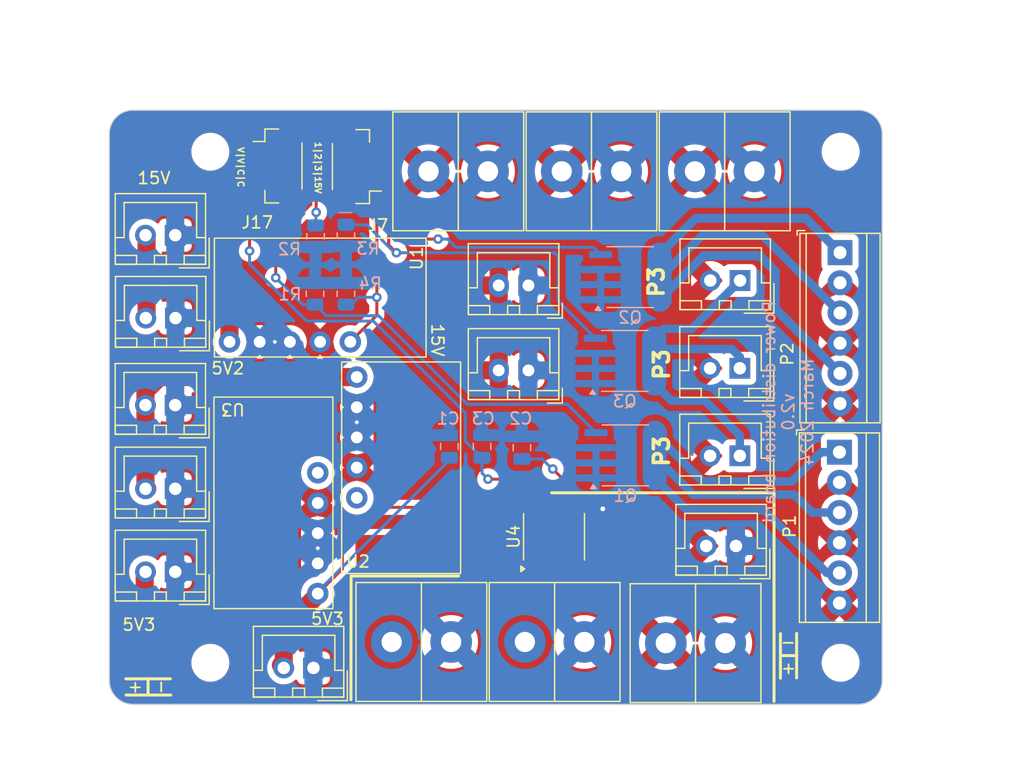
<source format=kicad_pcb>
(kicad_pcb (version 20240108) (generator "pcbnew") (generator_version "8.0")
  (layers (0 "F.Cu" signal) (31 "B.Cu" signal) (34 "B.Paste" user) (35 "F.Paste" user) (36 "B.SilkS" user "B.Silkscreen") (37 "F.SilkS" user "F.Silkscreen") (38 "B.Mask" user) (39 "F.Mask" user) (44 "Edge.Cuts" user))
  (net 0 "")
  (net 1 "VIN")
  (net 2 "5V2")
  (net 3 "GND")
  (net 4 "5V3")
  (net 7 "P1-")
  (net 8 "EN1")
  (net 9 "P2-")
  (net 10 "EN2")
  (net 11 "EN3")
  (net 12 "P3-")
  (net 13 "EN15")
  (net 14 "15V1")
  (net 15 "Net-(U4-FILTER)")
  (net 16 "VIOUT")
  (net 17 "VBIN")
  (footprint "Connectors_JST:JST_XH_B02B-XH-A_02x2.50mm_Straight" (layer "F.Cu") (at 50.55 71.86168 180)
    (property "Reference" "J22" (hide yes))
    (property "Value" "PI_MVP_PWR")
    (pad "1" thru_hole rect (at 0 0 180) (size 1.75 1.75) (drill 1.05) (layers "*.Cu" "*.Mask") (net 3 "GND"))
    (pad "2" thru_hole circle (at 2.5 0 180) (size 1.75 1.75) (drill 1.05) (layers "*.Cu" "*.Mask") (net 2 "5V2"))
  )
  (footprint "TerminalBlock:Pololu_5mm" (layer "F.Cu") (at 73.75 84.75 180)
    (property "Reference" "J2" (hide yes))
    (property "Value" "VB_IN")
    (pad "1" thru_hole circle (at 0 0 180) (size 3.5 3.5) (drill 1.7) (layers "*.Cu" "*.Mask") (net 3 "GND"))
    (pad "2" thru_hole circle (at 5 0 180) (size 3.5 3.5) (drill 1.7) (layers "*.Cu" "*.Mask") (net 17 "VBIN"))
  )
  (footprint "TerminalBlock:Pololu_5mm" (layer "F.Cu") (at 88.05 45.15 180)
    (property "Reference" "J3" (hide yes))
    (property "Value" "Thruster_PWR2")
    (pad "1" thru_hole circle (at 0 0 180) (size 3.5 3.5) (drill 1.7) (layers "*.Cu" "*.Mask") (net 3 "GND"))
    (pad "2" thru_hole circle (at 5 0 180) (size 3.5 3.5) (drill 1.7) (layers "*.Cu" "*.Mask") (net 1 "VIN"))
  )
  (footprint "MountingHole:MountingHole_2.7mm_M2.5" (layer "F.Cu") (at 106.5 43.5)
    (property "Reference" "H4" (hide yes))
    (property "Value" "MountingHole")
    (pad "" np_thru_hole circle (at 0 0) (size 2.7 2.7) (drill 2.7) (layers "*.Cu" "*.Mask"))
  )
  (footprint "Connectors_JST:JST_XH_B02B-XH-A_02x2.50mm_Straight" (layer "F.Cu") (at 98.024 61.722 180)
    (property "Reference" "J9" (hide yes))
    (property "Value" "Payload_JST_4")
    (pad "1" thru_hole rect (at 0 0 180) (size 1.75 1.75) (drill 1.05) (layers "*.Cu" "*.Mask") (net 12 "P3-"))
    (pad "2" thru_hole circle (at 2.5 0 180) (size 1.75 1.75) (drill 1.05) (layers "*.Cu" "*.Mask") (net 1 "VIN"))
  )
  (footprint "TerminalBlock:Pololu_5mm" (layer "F.Cu") (at 76.85 45.15 180)
    (property "Reference" "J4" (hide yes))
    (property "Value" "Thruster_PWR3")
    (pad "1" thru_hole circle (at 0 0 180) (size 3.5 3.5) (drill 1.7) (layers "*.Cu" "*.Mask") (net 3 "GND"))
    (pad "2" thru_hole circle (at 5 0 180) (size 3.5 3.5) (drill 1.7) (layers "*.Cu" "*.Mask") (net 1 "VIN"))
  )
  (footprint "Connectors_JST:JST_XH_B02B-XH-A_02x2.50mm_Straight" (layer "F.Cu") (at 50.546 64.8208 180)
    (property "Reference" "J14" (hide yes))
    (property "Value" "PI_MVP_PWR")
    (pad "1" thru_hole rect (at 0 0 180) (size 1.75 1.75) (drill 1.05) (layers "*.Cu" "*.Mask") (net 3 "GND"))
    (pad "2" thru_hole circle (at 2.5 0 180) (size 1.75 1.75) (drill 1.05) (layers "*.Cu" "*.Mask") (net 2 "5V2"))
  )
  (footprint "MountingHole:MountingHole_2.7mm_M2.5" (layer "F.Cu") (at 106.5 86.5)
    (property "Reference" "H3" (hide yes))
    (property "Value" "MountingHole")
    (pad "" np_thru_hole circle (at 0 0) (size 2.7 2.7) (drill 2.7) (layers "*.Cu" "*.Mask"))
  )
  (footprint "Pololu:D36V28F5" (layer "F.Cu") (at 63.805 64.145 -90)
    (property "Reference" "U3" (at 1.0326 8.4102 180) (layer "F.SilkS"))
    (property "Value" "D30V30F5")
    (pad "1" thru_hole circle (at 6.37 1.27 270) (size 1.8 1.8) (drill 1) (layers "*.Cu" "*.Mask"))
    (pad "2" thru_hole circle (at 8.91 1.27 270) (size 1.8 1.8) (drill 1) (layers "*.Cu" "*.Mask") (net 1 "VIN"))
    (pad "3" thru_hole circle (at 11.45 1.27 270) (size 1.8 1.8) (drill 1) (layers "*.Cu" "*.Mask") (net 3 "GND"))
    (pad "4" thru_hole circle (at 13.99 1.27 270) (size 1.8 1.8) (drill 1) (layers "*.Cu" "*.Mask") (net 3 "GND"))
    (pad "5" thru_hole circle (at 16.53 1.27 270) (size 1.8 1.8) (drill 1) (layers "*.Cu" "*.Mask") (net 4 "5V3"))
  )
  (footprint "MountingHole:MountingHole_2.7mm_M2.5" (layer "F.Cu") (at 53.5 86.5)
    (property "Reference" "H1" (hide yes))
    (property "Value" "MountingHole")
    (pad "" np_thru_hole circle (at 0 0) (size 2.7 2.7) (drill 2.7) (layers "*.Cu" "*.Mask"))
  )
  (footprint "TerminalBlock:Pololu_5mm" (layer "F.Cu") (at 99.25 45.15 180)
    (property "Reference" "J5" (hide yes))
    (property "Value" "Thruster_PWR1")
    (pad "1" thru_hole circle (at 0 0 180) (size 3.5 3.5) (drill 1.7) (layers "*.Cu" "*.Mask") (net 3 "GND"))
    (pad "2" thru_hole circle (at 5 0 180) (size 3.5 3.5) (drill 1.7) (layers "*.Cu" "*.Mask") (net 1 "VIN"))
  )
  (footprint "Connectors_JST:JST_XH_B02B-XH-A_02x2.50mm_Straight" (layer "F.Cu") (at 50.55 78.85 180)
    (property "Reference" "J16" (hide yes))
    (property "Value" "5V_R1")
    (pad "1" thru_hole rect (at 0 0 180) (size 1.75 1.75) (drill 1.05) (layers "*.Cu" "*.Mask") (net 3 "GND"))
    (pad "2" thru_hole circle (at 2.5 0 180) (size 1.75 1.75) (drill 1.05) (layers "*.Cu" "*.Mask") (net 4 "5V3"))
  )
  (footprint "Connector_JST:JST_XH_B2B-XH-A_1x02_P2.50mm_Vertical" (layer "F.Cu") (at 80.25 54.75 180)
    (property "Reference" "J8" (hide yes))
    (property "Value" "Payload_JST_1")
    (pad "1" thru_hole roundrect (at 0 0 180) (size 1.7 2) (drill 1) (layers "*.Cu" "*.Mask") (roundrect_rratio 0.147059) (net 3 "GND"))
    (pad "2" thru_hole oval (at 2.5 0 180) (size 1.7 2) (drill 1) (layers "*.Cu" "*.Mask") (net 1 "VIN"))
  )
  (footprint "Connectors_JST:JST_XH_B02B-XH-A_02x2.50mm_Straight" (layer "F.Cu") (at 50.5714 57.49798 180)
    (property "Reference" "J20" (hide yes))
    (property "Value" "5V_R2")
    (pad "1" thru_hole rect (at 0 0 180) (size 1.75 1.75) (drill 1.05) (layers "*.Cu" "*.Mask") (net 3 "GND"))
    (pad "2" thru_hole circle (at 2.5 0 180) (size 1.75 1.75) (drill 1.05) (layers "*.Cu" "*.Mask") (net 14 "15V1"))
  )
  (footprint "Connectors_JST:JST_XH_B02B-XH-A_02x2.50mm_Straight" (layer "F.Cu") (at 97.7 76.675 180)
    (property "Reference" "J10" (hide yes))
    (property "Value" "Payload_JST_2")
    (pad "1" thru_hole rect (at 0 0 180) (size 1.75 1.75) (drill 1.05) (layers "*.Cu" "*.Mask") (net 3 "GND"))
    (pad "2" thru_hole circle (at 2.5 0 180) (size 1.75 1.75) (drill 1.05) (layers "*.Cu" "*.Mask") (net 1 "VIN"))
  )
  (footprint "Pololu:D36V28F5" (layer "F.Cu") (at 64.545 78.99 90)
    (property "Reference" "U2" (at 1.005 1.37 0) (layer "F.SilkS"))
    (property "Value" "D30V30F5")
    (pad "1" thru_hole circle (at 6.37 1.27 90) (size 1.8 1.8) (drill 1) (layers "*.Cu" "*.Mask"))
    (pad "2" thru_hole circle (at 8.91 1.27 90) (size 1.8 1.8) (drill 1) (layers "*.Cu" "*.Mask") (net 1 "VIN"))
    (pad "3" thru_hole circle (at 11.45 1.27 90) (size 1.8 1.8) (drill 1) (layers "*.Cu" "*.Mask") (net 3 "GND"))
    (pad "4" thru_hole circle (at 13.99 1.27 90) (size 1.8 1.8) (drill 1) (layers "*.Cu" "*.Mask") (net 3 "GND"))
    (pad "5" thru_hole circle (at 16.53 1.27 90) (size 1.8 1.8) (drill 1) (layers "*.Cu" "*.Mask") (net 2 "5V2"))
  )
  (footprint "Connector_JST:JST_SH_BM04B-SRSS-TB_1x04-1MP_P1.00mm_Vertical" (layer "F.Cu") (at 59.2 44.7 -90)
    (property "Reference" "J17" (at 4.75 1.75 180) (layer "F.SilkS"))
    (property "Value" "Conn_01x04_Pin")
    (pad "1" smd roundrect (at -1.5 1.325 270) (size 0.6 1.55) (layers "F.Cu" "F.Paste" "F.Mask") (net 1 "VIN"))
    (pad "2" smd roundrect (at -0.5 1.325 270) (size 0.6 1.55) (layers "F.Cu" "F.Paste" "F.Mask") (net 1 "VIN"))
    (pad "3" smd roundrect (at 0.5 1.325 270) (size 0.6 1.55) (layers "F.Cu" "F.Paste" "F.Mask") (net 16 "VIOUT"))
    (pad "4" smd roundrect (at 1.5 1.325 270) (size 0.6 1.55) (layers "F.Cu" "F.Paste" "F.Mask") (net 16 "VIOUT"))
    (pad "MP" smd roundrect (at -2.8 -1.2 270) (size 1.2 1.8) (layers "F.Cu" "F.Paste" "F.Mask") (roundrect_rratio 0.208333))
    (pad "MP" smd roundrect (at 2.8 -1.2 270) (size 1.2 1.8) (layers "F.Cu" "F.Paste" "F.Mask") (roundrect_rratio 0.208333))
  )
  (footprint "TerminalBlock:Pololu_5mm" (layer "F.Cu") (at 96.8 84.85 180)
    (property "Reference" "J21" (hide yes))
    (property "Value" "VB")
    (pad "1" thru_hole circle (at 0 0 180) (size 3.5 3.5) (drill 1.7) (layers "*.Cu" "*.Mask") (net 3 "GND"))
    (pad "2" thru_hole circle (at 5 0 180) (size 3.5 3.5) (drill 1.7) (layers "*.Cu" "*.Mask") (net 1 "VIN"))
  )
  (footprint "TerminalBlock:Pololu_5mm" (layer "F.Cu") (at 84.95 84.75 180)
    (property "Reference" "J1" (hide yes))
    (property "Value" "VB_IN")
    (pad "1" thru_hole circle (at 0 0 180) (size 3.5 3.5) (drill 1.7) (layers "*.Cu" "*.Mask") (net 3 "GND"))
    (pad "2" thru_hole circle (at 5 0 180) (size 3.5 3.5) (drill 1.7) (layers "*.Cu" "*.Mask") (net 17 "VBIN"))
  )
  (footprint "Connector_JST:JST_XH_B2B-XH-A_1x02_P2.50mm_Vertical" (layer "F.Cu") (at 80.25 61.9 180)
    (property "Reference" "J6" (hide yes))
    (property "Value" "Payload_JST_1")
    (pad "1" thru_hole roundrect (at 0 0 180) (size 1.7 2) (drill 1) (layers "*.Cu" "*.Mask") (roundrect_rratio 0.1470588235) (net 3 "GND"))
    (pad "2" thru_hole oval (at 2.5 0 180) (size 1.7 2) (drill 1) (layers "*.Cu" "*.Mask") (net 1 "VIN"))
  )
  (footprint "MountingHole:MountingHole_2.7mm_M2.5" (layer "F.Cu") (at 53.5 43.5)
    (property "Reference" "H2" (hide yes))
    (property "Value" "MountingHole")
    (pad "" np_thru_hole circle (at 0 0) (size 2.7 2.7) (drill 2.7) (layers "*.Cu" "*.Mask"))
  )
  (footprint "TerminalBlock_TE-Connectivity:TerminalBlock_TE_282834-6_1x06_P2.54mm_Horizontal" (layer "F.Cu") (at 106.4 68.78 -90)
    (property "Reference" "J19" (hide yes))
    (property "Value" "Screw_Terminal_01x06")
    (pad "1" thru_hole rect (at 0 0 270) (size 2.1 2.1) (drill 1.1) (layers "*.Cu" "*.Mask") (net 7 "P1-"))
    (pad "2" thru_hole circle (at 2.54 0 270) (size 2.1 2.1) (drill 1.1) (layers "*.Cu" "*.Mask") (net 1 "VIN"))
    (pad "3" thru_hole circle (at 5.08 0 270) (size 2.1 2.1) (drill 1.1) (layers "*.Cu" "*.Mask") (net 7 "P1-"))
    (pad "4" thru_hole circle (at 7.62 0 270) (size 2.1 2.1) (drill 1.1) (layers "*.Cu" "*.Mask") (net 1 "VIN"))
    (pad "5" thru_hole circle (at 10.16 0 270) (size 2.1 2.1) (drill 1.1) (layers "*.Cu" "*.Mask") (net 7 "P1-"))
    (pad "6" thru_hole circle (at 12.7 0 270) (size 2.1 2.1) (drill 1.1) (layers "*.Cu" "*.Mask") (net 1 "VIN"))
  )
  (footprint "Package_SO:SOIC-8_3.9x4.9mm_P1.27mm" (layer "F.Cu") (at 82.4 75.9 90)
    (property "Reference" "U4" (at 0 -3.4 -90) (layer "F.SilkS"))
    (property "Value" "ACS724xLCTR-30AU")
    (pad "1" smd roundrect (at -2.475 -1.905 90) (size 1.95 0.6) (layers "F.Cu" "F.Paste" "F.Mask") (net 17 "VBIN"))
    (pad "2" smd roundrect (at -2.475 -0.635 90) (size 1.95 0.6) (layers "F.Cu" "F.Paste" "F.Mask") (net 17 "VBIN"))
    (pad "3" smd roundrect (at -2.475 0.635 90) (size 1.95 0.6) (layers "F.Cu" "F.Paste" "F.Mask") (net 1 "VIN"))
    (pad "4" smd roundrect (at -2.475 1.905 90) (size 1.95 0.6) (layers "F.Cu" "F.Paste" "F.Mask") (net 1 "VIN"))
    (pad "5" smd roundrect (at 2.475 1.905 90) (size 1.95 0.6) (layers "F.Cu" "F.Paste" "F.Mask") (net 3 "GND"))
    (pad "6" smd roundrect (at 2.475 0.635 90) (size 1.95 0.6) (layers "F.Cu" "F.Paste" "F.Mask") (net 15 "Net-(U4-FILTER)"))
    (pad "7" smd roundrect (at 2.475 -0.635 90) (size 1.95 0.6) (layers "F.Cu" "F.Paste" "F.Mask") (net 16 "VIOUT"))
    (pad "8" smd roundrect (at 2.475 -1.905 90) (size 1.95 0.6) (layers "F.Cu" "F.Paste" "F.Mask") (net 4 "5V3"))
  )
  (footprint "Connector_JST:JST_SH_BM04B-SRSS-TB_1x04-1MP_P1.00mm_Vertical" (layer "F.Cu") (at 65.775 44.75 90)
    (property "Reference" "J7" (at -4.95 1.825 0) (layer "F.SilkS"))
    (property "Value" "Conn_01x04_Pin")
    (pad "1" smd roundrect (at -1.5 1.325 90) (size 0.6 1.55) (layers "F.Cu" "F.Paste" "F.Mask") (net 13 "EN15"))
    (pad "2" smd roundrect (at -0.5 1.325 90) (size 0.6 1.55) (layers "F.Cu" "F.Paste" "F.Mask") (net 11 "EN3"))
    (pad "3" smd roundrect (at 0.5 1.325 90) (size 0.6 1.55) (layers "F.Cu" "F.Paste" "F.Mask") (net 10 "EN2"))
    (pad "4" smd roundrect (at 1.5 1.325 90) (size 0.6 1.55) (layers "F.Cu" "F.Paste" "F.Mask") (net 8 "EN1"))
    (pad "MP" smd roundrect (at -2.8 -1.2 90) (size 1.2 1.8) (layers "F.Cu" "F.Paste" "F.Mask") (roundrect_rratio 0.208333))
    (pad "MP" smd roundrect (at 2.8 -1.2 90) (size 1.2 1.8) (layers "F.Cu" "F.Paste" "F.Mask") (roundrect_rratio 0.208333))
  )
  (footprint "TerminalBlock_TE-Connectivity:TerminalBlock_TE_282834-6_1x06_P2.54mm_Horizontal" (layer "F.Cu") (at 106.45 51.99 -90)
    (property "Reference" "J23" (hide yes))
    (property "Value" "Screw_Terminal_01x06")
    (pad "1" thru_hole rect (at 0 0 270) (size 2.1 2.1) (drill 1.1) (layers "*.Cu" "*.Mask") (net 9 "P2-"))
    (pad "2" thru_hole circle (at 2.54 0 270) (size 2.1 2.1) (drill 1.1) (layers "*.Cu" "*.Mask") (net 1 "VIN"))
    (pad "3" thru_hole circle (at 5.08 0 270) (size 2.1 2.1) (drill 1.1) (layers "*.Cu" "*.Mask") (net 9 "P2-"))
    (pad "4" thru_hole circle (at 7.62 0 270) (size 2.1 2.1) (drill 1.1) (layers "*.Cu" "*.Mask") (net 1 "VIN"))
    (pad "5" thru_hole circle (at 10.16 0 270) (size 2.1 2.1) (drill 1.1) (layers "*.Cu" "*.Mask") (net 9 "P2-"))
    (pad "6" thru_hole circle (at 12.7 0 270) (size 2.1 2.1) (drill 1.1) (layers "*.Cu" "*.Mask") (net 1 "VIN"))
  )
  (footprint "Connectors_JST:JST_XH_B02B-XH-A_02x2.50mm_Straight" (layer "F.Cu") (at 98.024 69.088 180)
    (property "Reference" "J11" (hide yes))
    (property "Value" "Payload_JST_3")
    (pad "1" thru_hole rect (at 0 0 180) (size 1.75 1.75) (drill 1.05) (layers "*.Cu" "*.Mask") (net 12 "P3-"))
    (pad "2" thru_hole circle (at 2.5 0 180) (size 1.75 1.75) (drill 1.05) (layers "*.Cu" "*.Mask") (net 1 "VIN"))
  )
  (footprint "Connectors_JST:JST_XH_B02B-XH-A_02x2.50mm_Straight" (layer "F.Cu") (at 98.044 54.339 180)
    (property "Reference" "J12" (hide yes))
    (property "Value" "Payload_JST_5")
    (pad "1" thru_hole rect (at 0 0 180) (size 1.75 1.75) (drill 1.05) (layers "*.Cu" "*.Mask") (net 12 "P3-"))
    (pad "2" thru_hole circle (at 2.5 0 180) (size 1.75 1.75) (drill 1.05) (layers "*.Cu" "*.Mask") (net 1 "VIN"))
  )
  (footprint "Connectors_JST:JST_XH_B02B-XH-A_02x2.50mm_Straight" (layer "F.Cu") (at 62.17158 86.93658 180)
    (property "Reference" "J15" (hide yes))
    (property "Value" "PI_Payload_PWR")
    (pad "1" thru_hole rect (at 0 0 180) (size 1.75 1.75) (drill 1.05) (layers "*.Cu" "*.Mask") (net 3 "GND"))
    (pad "2" thru_hole circle (at 2.5 0 180) (size 1.75 1.75) (drill 1.05) (layers "*.Cu" "*.Mask") (net 4 "5V3"))
  )
  (footprint "Pololu:D36V28F5" (layer "F.Cu") (at 71.64 60.77 180)
    (property "Reference" "U1" (at 0.7874 8.3058 90) (layer "F.SilkS"))
    (property "Value" "D30V30F15")
    (pad "1" thru_hole circle (at 6.37 1.27 180) (size 1.8 1.8) (drill 1) (layers "*.Cu" "*.Mask") (net 13 "EN15"))
    (pad "2" thru_hole circle (at 8.91 1.27 180) (size 1.8 1.8) (drill 1) (layers "*.Cu" "*.Mask") (net 1 "VIN"))
    (pad "3" thru_hole circle (at 11.45 1.27 180) (size 1.8 1.8) (drill 1) (layers "*.Cu" "*.Mask") (net 3 "GND"))
    (pad "4" thru_hole circle (at 13.99 1.27 180) (size 1.8 1.8) (drill 1) (layers "*.Cu" "*.Mask") (net 3 "GND"))
    (pad "5" thru_hole circle (at 16.53 1.27 180) (size 1.8 1.8) (drill 1) (layers "*.Cu" "*.Mask") (net 14 "15V1"))
  )
  (footprint "Connectors_JST:JST_XH_B02B-XH-A_02x2.50mm_Straight" (layer "F.Cu") (at 50.55 50.525 180)
    (property "Reference" "J13" (hide yes))
    (property "Value" "FIN_PWR")
    (pad "1" thru_hole rect (at 0 0 180) (size 1.75 1.75) (drill 1.05) (layers "*.Cu" "*.Mask") (net 3 "GND"))
    (pad "2" thru_hole circle (at 2.5 0 180) (size 1.75 1.75) (drill 1.05) (layers "*.Cu" "*.Mask") (net 14 "15V1"))
  )
  (footprint "Resistor_SMD:R_0805_2012Metric" (layer "B.Cu") (at 62.35 50.6125 -90)
    (property "Reference" "R2" (at 1.0875 2.2 0) (layer "B.SilkS") (effects (justify mirror)))
    (property "Value" "10k" (hide yes))
    (pad "1" smd roundrect (at -0.9125 0 270) (size 1.025 1.4) (layers "B.Cu" "B.Paste" "B.Mask") (roundrect_rratio 0.243902439) (net 10 "EN2"))
    (pad "2" smd roundrect (at 0.9125 0 270) (size 1.025 1.4) (layers "B.Cu" "B.Paste" "B.Mask") (roundrect_rratio 0.243902439) (net 3 "GND"))
  )
  (footprint "Package_SO:SOIC-8_3.9x4.9mm_P1.27mm" (layer "B.Cu") (at 88.35 61.1)
    (property "Reference" "Q3" (at 0 3.4 0) (layer "B.SilkS") (effects (justify mirror)))
    (property "Value" "FDS8884")
    (pad "1" smd roundrect (at -2.475 1.905) (size 1.95 0.6) (layers "B.Cu" "B.Paste" "B.Mask") (net 3 "GND"))
    (pad "2" smd roundrect (at -2.475 0.635) (size 1.95 0.6) (layers "B.Cu" "B.Paste" "B.Mask") (net 3 "GND"))
    (pad "3" smd roundrect (at -2.475 -0.635) (size 1.95 0.6) (layers "B.Cu" "B.Paste" "B.Mask") (net 3 "GND"))
    (pad "4" smd roundrect (at -2.475 -1.905) (size 1.95 0.6) (layers "B.Cu" "B.Paste" "B.Mask") (net 11 "EN3"))
    (pad "5" smd roundrect (at 2.475 -1.905) (size 1.95 0.6) (layers "B.Cu" "B.Paste" "B.Mask") (net 12 "P3-"))
    (pad "6" smd roundrect (at 2.475 -0.635) (size 1.95 0.6) (layers "B.Cu" "B.Paste" "B.Mask") (net 12 "P3-"))
    (pad "7" smd roundrect (at 2.475 0.635) (size 1.95 0.6) (layers "B.Cu" "B.Paste" "B.Mask") (net 12 "P3-"))
    (pad "8" smd roundrect (at 2.475 1.905) (size 1.95 0.6) (layers "B.Cu" "B.Paste" "B.Mask") (net 12 "P3-"))
  )
  (footprint "Package_SO:SOIC-8_3.9x4.9mm_P1.27mm" (layer "B.Cu") (at 88.8 54.05)
    (property "Reference" "Q2" (at 0 3.4 0) (layer "B.SilkS") (effects (justify mirror)))
    (property "Value" "FDS8884")
    (pad "1" smd roundrect (at -2.475 1.905) (size 1.95 0.6) (layers "B.Cu" "B.Paste" "B.Mask") (net 3 "GND"))
    (pad "2" smd roundrect (at -2.475 0.635) (size 1.95 0.6) (layers "B.Cu" "B.Paste" "B.Mask") (net 3 "GND"))
    (pad "3" smd roundrect (at -2.475 -0.635) (size 1.95 0.6) (layers "B.Cu" "B.Paste" "B.Mask") (net 3 "GND"))
    (pad "4" smd roundrect (at -2.475 -1.905) (size 1.95 0.6) (layers "B.Cu" "B.Paste" "B.Mask") (net 10 "EN2"))
    (pad "5" smd roundrect (at 2.475 -1.905) (size 1.95 0.6) (layers "B.Cu" "B.Paste" "B.Mask") (net 9 "P2-"))
    (pad "6" smd roundrect (at 2.475 -0.635) (size 1.95 0.6) (layers "B.Cu" "B.Paste" "B.Mask") (net 9 "P2-"))
    (pad "7" smd roundrect (at 2.475 0.635) (size 1.95 0.6) (layers "B.Cu" "B.Paste" "B.Mask") (net 9 "P2-"))
    (pad "8" smd roundrect (at 2.475 1.905) (size 1.95 0.6) (layers "B.Cu" "B.Paste" "B.Mask") (net 9 "P2-"))
  )
  (footprint "Capacitor_SMD:C_0805_2012Metric" (layer "B.Cu") (at 76.35 68.3 -90)
    (property "Reference" "C3" (at -2.35 -0.1 180) (layer "B.SilkS") (effects (justify mirror)))
    (property "Value" "1nF")
    (pad "1" smd roundrect (at -0.95 0 270) (size 1 1.45) (layers "B.Cu" "B.Paste" "B.Mask") (net 3 "GND"))
    (pad "2" smd roundrect (at 0.95 0 270) (size 1 1.45) (layers "B.Cu" "B.Paste" "B.Mask") (net 16 "VIOUT"))
  )
  (footprint "Capacitor_SMD:C_0805_2012Metric" (layer "B.Cu") (at 79.7 68.4 -90)
    (property "Reference" "C2" (at -2.45 0.1 180) (layer "B.SilkS") (effects (justify mirror)))
    (property "Value" "1nF")
    (pad "1" smd roundrect (at -0.95 0 270) (size 1 1.45) (layers "B.Cu" "B.Paste" "B.Mask") (net 3 "GND"))
    (pad "2" smd roundrect (at 0.95 0 270) (size 1 1.45) (layers "B.Cu" "B.Paste" "B.Mask") (net 15 "Net-(U4-FILTER)"))
  )
  (footprint "Capacitor_SMD:C_0805_2012Metric" (layer "B.Cu") (at 73.6 68.3 90)
    (property "Reference" "C1" (at 2.35 -0.1 0) (layer "B.SilkS") (effects (justify mirror)))
    (property "Value" "0.1uF")
    (pad "1" smd roundrect (at -0.95 0 90) (size 1 1.45) (layers "B.Cu" "B.Paste" "B.Mask") (net 4 "5V3"))
    (pad "2" smd roundrect (at 0.95 0 90) (size 1 1.45) (layers "B.Cu" "B.Paste" "B.Mask") (net 3 "GND"))
  )
  (footprint "Resistor_SMD:R_0805_2012Metric" (layer "B.Cu") (at 62.3 55.45 90)
    (property "Reference" "R1" (at -0.05 -2.1 0) (layer "B.SilkS") (effects (justify mirror)))
    (property "Value" "10k" (hide yes))
    (pad "1" smd roundrect (at -0.9125 0 90) (size 1.025 1.4) (layers "B.Cu" "B.Paste" "B.Mask") (roundrect_rratio 0.243902439) (net 8 "EN1"))
    (pad "2" smd roundrect (at 0.9125 0 90) (size 1.025 1.4) (layers "B.Cu" "B.Paste" "B.Mask") (roundrect_rratio 0.243902439) (net 3 "GND"))
  )
  (footprint "Resistor_SMD:R_0805_2012Metric" (layer "B.Cu") (at 64.9 50.55 -90)
    (property "Reference" "R3" (at 1.1 -1.85 180) (layer "B.SilkS") (effects (justify mirror)))
    (property "Value" "10k" (hide yes))
    (pad "1" smd roundrect (at -0.9125 0 270) (size 1.025 1.4) (layers "B.Cu" "B.Paste" "B.Mask") (roundrect_rratio 0.243902439) (net 11 "EN3"))
    (pad "2" smd roundrect (at 0.9125 0 270) (size 1.025 1.4) (layers "B.Cu" "B.Paste" "B.Mask") (roundrect_rratio 0.243902439) (net 3 "GND"))
  )
  (footprint "Resistor_SMD:R_0805_2012Metric" (layer "B.Cu") (at 64.9 55.45 90)
    (property "Reference" "R4" (at 0.85 2.05 0) (layer "B.SilkS") (effects (justify mirror)))
    (property "Value" "2k")
    (pad "1" smd roundrect (at -0.9125 0 90) (size 1.025 1.4) (layers "B.Cu" "B.Paste" "B.Mask") (roundrect_rratio 0.243902) (net 13 "EN15"))
    (pad "2" smd roundrect (at 0.9125 0 90) (size 1.025 1.4) (layers "B.Cu" "B.Paste" "B.Mask") (roundrect_rratio 0.243902) (net 3 "GND"))
  )
  (footprint "Package_SO:SOIC-8_3.9x4.9mm_P1.27mm" (layer "B.Cu") (at 88.4 69.05)
    (property "Reference" "Q1" (at 0 3.4 0) (layer "B.SilkS") (effects (justify mirror)))
    (property "Value" "FDS8884")
    (pad "1" smd roundrect (at -2.475 1.905) (size 1.95 0.6) (layers "B.Cu" "B.Paste" "B.Mask") (net 3 "GND"))
    (pad "2" smd roundrect (at -2.475 0.635) (size 1.95 0.6) (layers "B.Cu" "B.Paste" "B.Mask") (net 3 "GND"))
    (pad "3" smd roundrect (at -2.475 -0.635) (size 1.95 0.6) (layers "B.Cu" "B.Paste" "B.Mask") (net 3 "GND"))
    (pad "4" smd roundrect (at -2.475 -1.905) (size 1.95 0.6) (layers "B.Cu" "B.Paste" "B.Mask") (net 8 "EN1"))
    (pad "5" smd roundrect (at 2.475 -1.905) (size 1.95 0.6) (layers "B.Cu" "B.Paste" "B.Mask") (net 7 "P1-"))
    (pad "6" smd roundrect (at 2.475 -0.635) (size 1.95 0.6) (layers "B.Cu" "B.Paste" "B.Mask") (net 7 "P1-"))
    (pad "7" smd roundrect (at 2.475 0.635) (size 1.95 0.6) (layers "B.Cu" "B.Paste" "B.Mask") (net 7 "P1-"))
    (pad "8" smd roundrect (at 2.475 1.905) (size 1.95 0.6) (layers "B.Cu" "B.Paste" "B.Mask") (net 7 "P1-"))
  )
  (gr_rect (start 65.8 76.65) (end 71.175 88.15) (stroke (width 0.2)) (fill solid) (layer "F.Cu") (net 17))
  (gr_rect (start 82.8125 75.9) (end 91.1875 80.05) (stroke (width 0.2)) (fill solid) (layer "F.Cu") (net 1))
  (gr_rect (start 65.8125 75.85) (end 81.9875 80.8) (stroke (width 0.2)) (fill solid) (layer "F.Cu") (net 17))
  (gr_rect (start 76.875 75.9) (end 82.35 87.95) (stroke (width 0.2)) (fill solid) (layer "F.Cu") (net 17))
  (gr_line (start 100.9 72.2) (end 82.2 72.2) (stroke (width 0.254)) (layer "F.SilkS"))
  (gr_line (start 46.4185 89.21496) (end 50.16754 89.21496) (stroke (width 0.254)) (layer "F.SilkS"))
  (gr_line (start 100.9 72.2) (end 100.9 89.75) (stroke (width 0.254)) (layer "F.SilkS"))
  (gr_line (start 101.43856 84.05088) (end 101.43856 87.79992) (stroke (width 0.254)) (layer "F.SilkS"))
  (gr_line (start 101.50206 85.89619) (end 102.81524 85.9) (stroke (width 0.254)) (layer "F.SilkS"))
  (gr_line (start 65.328598 79.2) (end 74.371402 79.2) (stroke (width 0.254)) (layer "F.SilkS"))
  (gr_line (start 102.8 84.02548) (end 102.8 87.77452) (stroke (width 0.254)) (layer "F.SilkS"))
  (gr_line (start 48.26381 89.15146) (end 48.26762 87.83828) (stroke (width 0.254)) (layer "F.SilkS"))
  (gr_line (start 65.337196 79.367297) (end 65.32118 89.605485) (stroke (width 0.254)) (layer "F.SilkS"))
  (gr_line (start 46.3931 87.85352) (end 50.14214 87.85352) (stroke (width 0.254)) (layer "F.SilkS"))
  (gr_line (start 45 88) (end 45 42) (stroke (width 0.1)) (layer "Edge.Cuts"))
  (gr_arc (start 108 40) (mid 109.414214 40.585786) (end 110 42) (stroke (width 0.1)) (layer "Edge.Cuts"))
  (gr_line (start 47 40) (end 108 40) (stroke (width 0.1)) (layer "Edge.Cuts"))
  (gr_arc (start 45 42) (mid 45.585786 40.585786) (end 47 40) (stroke (width 0.1)) (layer "Edge.Cuts"))
  (gr_arc (start 47 90) (mid 45.585786 89.414214) (end 45 88) (stroke (width 0.1)) (layer "Edge.Cuts"))
  (gr_line (start 110 42) (end 110 88) (stroke (width 0.1)) (layer "Edge.Cuts"))
  (gr_line (start 47 90) (end 108 90) (stroke (width 0.1)) (layer "Edge.Cuts"))
  (gr_arc (start 110 88) (mid 109.414214 89.414214) (end 108 90) (stroke (width 0.1)) (layer "Edge.Cuts"))
  (gr_text "Power distribution board\nv2.0\nMarch 2024" (at 102.1 65.4 90) (layer "B.SilkS") (effects (font (size 1 1)) (justify mirror)))
  (gr_text "P3" (at 91.45 68.7 90) (layer "F.SilkS") (effects (font (size 1.27 1.27) (thickness 0.3048))))
  (gr_text "5V2" (at 54.97322 61.722 0) (layer "F.SilkS") (effects (font (size 1 1))))
  (gr_text "15V\n" (at 48.768 45.72 0) (layer "F.SilkS") (effects (font (size 1 1))))
  (gr_text "1|2|3|15V" (at 62.55 44.85 -90) (layer "F.SilkS") (effects (font (size 0.508 0.508) (thickness 0.127))))
  (gr_text "P2" (at 102.6 61.6 90) (layer "F.SilkS") (effects (font (size 1 1)) (justify left bottom)))
  (gr_text "P1" (at 102.8 76.1 90) (layer "F.SilkS") (effects (font (size 1 1)) (justify left bottom)))
  (gr_text "V|V|C|C" (at 56.05 44.8 270) (layer "F.SilkS") (effects (font (size 0.508 0.508) (thickness 0.127))))
  (gr_text "5V3" (at 47.5 83.3 0) (layer "F.SilkS") (effects (font (size 1 1))))
  (gr_text "-\n" (at 102.08372 84.74938 0) (layer "F.SilkS") (effects (font (size 1 1)) (justify mirror)))
  (gr_text "5V3" (at 63.35 82.8 0) (layer "F.SilkS") (effects (font (size 1 1))))
  (gr_text "15V" (at 72.6 59.35 -90) (layer "F.SilkS") (effects (font (size 1 1))))
  (gr_text "P3" (at 91 54.45 90) (layer "F.SilkS") (effects (font (size 1.27 1.27) (thickness 0.3048))))
  (gr_text "+" (at 47.117 88.5698 90) (layer "F.SilkS") (effects (font (size 1 1)) (justify mirror)))
  (gr_text "-" (at 49.29632 88.53424 90) (layer "F.SilkS") (effects (font (size 1 1)) (justify mirror)))
  (gr_text "+" (at 102.11928 86.9287 0) (layer "F.SilkS") (effects (font (size 1 1)) (justify mirror)))
  (gr_text "P3" (at 91.45 61.4 90) (layer "F.SilkS") (effects (font (size 1.27 1.27) (thickness 0.3048))))
  (segment (start 48.046 71.7169) (end 48.19078 71.86168) (width 1.524) (layer "F.Cu") (net 2))
  (segment (start 48.046 63.6468) (end 48.046 64.8208) (width 1.524) (layer "F.Cu") (net 2))
  (segment (start 48.046 64.8208) (end 48.046 71.70768) (width 1.524) (layer "F.Cu") (net 2))
  (segment (start 65.65 62.46) (end 49.2328 62.46) (width 1.524) (layer "F.Cu") (net 2))
  (segment (start 49.2328 62.46) (end 48.046 63.6468) (width 1.524) (layer "F.Cu") (net 2))
  (segment (start 48.046 71.70768) (end 48.2 71.86168) (width 1.524) (layer "F.Cu") (net 2))
  (segment (start 84.305 73.425) (end 86.375 73.425) (width 0.25) (layer "F.Cu") (net 3))
  (segment (start 86.375 73.425) (end 86.5 73.55) (width 0.25) (layer "F.Cu") (net 3))
  (via (at 86.5 73.55) (size 0.8) (drill 0.4) (layers "F.Cu" "B.Cu") (net 3))
  (segment (start 64.85 54.1375) (end 64.9125 54.2) (width 0.25) (layer "B.Cu") (net 3))
  (segment (start 62.2125 54.1) (end 62.25 54.1375) (width 0.254) (layer "B.Cu") (net 3))
  (segment (start 60.61 82.7) (end 59.67158 83.63842) (width 1.524) (layer "F.Cu") (net 4))
  (segment (start 47.9825 79.19974) (end 47.9825 81.7645) (width 1.524) (layer "F.Cu") (net 4))
  (segment (start 47.9825 81.7645) (end 48.918 82.7) (width 1.524) (layer "F.Cu") (net 4))
  (segment (start 64.6 76.2) (end 64.6 78.61) (width 0.25) (layer "F.Cu") (net 4))
  (segment (start 59.436 86.701) (end 59.67158 86.93658) (width 1.524) (layer "F.Cu") (net 4))
  (segment (start 59.67158 83.63842) (end 59.67158 86.93658) (width 1.524) (layer "F.Cu") (net 4))
  (segment (start 60.61 82.7) (end 62.635 80.675) (width 1.524) (layer "F.Cu") (net 4))
  (segment (start 48.918 82.7) (end 60.61 82.7) (width 1.524) (layer "F.Cu") (net 4))
  (segment (start 80.495 73.425) (end 67.375 73.425) (width 0.25) (layer "F.Cu") (net 4))
  (segment (start 64.6 78.61) (end 62.535 80.675) (width 0.25) (layer "F.Cu") (net 4))
  (segment (start 67.375 73.425) (end 64.6 76.2) (width 0.25) (layer "F.Cu") (net 4))
  (segment (start 73.6 69.45) (end 62.535 80.515) (width 0.25) (layer "B.Cu") (net 4))
  (segment (start 73.6 69.25) (end 73.6 69.45) (width 0.25) (layer "B.Cu") (net 4))
  (segment (start 62.535 80.515) (end 62.535 80.675) (width 0.25) (layer "B.Cu") (net 4))
  (segment (start 94.9 71.25) (end 90.875 67.225) (width 0.7112) (layer "B.Cu") (net 7))
  (segment (start 91.435 69.685) (end 90.875 69.685) (width 0.7112) (layer "B.Cu") (net 7))
  (segment (start 106.36 73.5) (end 106.4 73.54) (width 1.27) (layer "B.Cu") (net 7))
  (segment (start 104.87 68.78) (end 102.4 71.25) (width 0.7112) (layer "B.Cu") (net 7))
  (segment (start 93.57 73.65) (end 90.875 70.955) (width 0.7112) (layer "B.Cu") (net 7))
  (segment (start 102.4 71.25) (end 94.9 71.25) (width 0.7112) (layer "B.Cu") (net 7))
  (segment (start 105.34 78.94) (end 100.05 73.65) (width 0.7112) (layer "B.Cu") (net 7))
  (segment (start 90.875 69.685) (end 90.875 70.955) (width 0.7112) (layer "B.Cu") (net 7))
  (segment (start 102.6 72.35) (end 94.1 72.35) (width 0.7112) (layer "B.Cu") (net 7))
  (segment (start 100.05 73.65) (end 93.57 73.65) (width 0.7112) (layer "B.Cu") (net 7))
  (segment (start 90.875 67.225) (end 90.875 67.145) (width 0.7112) (layer "B.Cu") (net 7))
  (segment (start 104.11 73.86) (end 102.6 72.35) (width 0.7112) (layer "B.Cu") (net 7))
  (segment (start 94.1 72.35) (end 91.435 69.685) (width 0.7112) (layer "B.Cu") (net 7))
  (segment (start 106.4 78.94) (end 105.34 78.94) (width 0.7112) (layer "B.Cu") (net 7))
  (segment (start 106.4 68.78) (end 104.87 68.78) (width 0.7112) (layer "B.Cu") (net 7))
  (segment (start 106.4 73.86) (end 104.11 73.86) (width 0.7112) (layer "B.Cu") (net 7))
  (segment (start 106.4 78.62) (end 106.4 78.86) (width 1.27) (layer "B.Cu") (net 7))
  (segment (start 90.875 67.145) (end 90.875 70.955) (width 2.032) (layer "B.Cu") (net 7))
  (segment (start 63.8 43.25) (end 67.1 43.25) (width 0.25) (layer "F.Cu") (net 8))
  (segment (start 61.95 47.9201) (end 61.95 45.1) (width 0.25) (layer "F.Cu") (net 8))
  (segment (start 59 54.1) (end 59 50.8701) (width 0.25) (layer "F.Cu") (net 8))
  (segment (start 59 50.8701) (end 61.95 47.9201) (width 0.25) (layer "F.Cu") (net 8))
  (segment (start 61.95 45.1) (end 63.8 43.25) (width 0.25) (layer "F.Cu") (net 8))
  (via (at 59 54.1) (size 0.8) (drill 0.4) (layers "F.Cu" "B.Cu") (net 8))
  (segment (start 83.53 64.75) (end 85.925 67.145) (width 0.254) (layer "B.Cu") (net 8))
  (segment (start 61.2625 56.3625) (end 59 54.1) (width 0.25) (layer "B.Cu") (net 8))
  (segment (start 62.3 56.3625) (end 61.2625 56.3625) (width 0.25) (layer "B.Cu") (net 8))
  (segment (start 77.6 64.75) (end 75.1 64.75) (width 0.25) (layer "B.Cu") (net 8))
  (segment (start 63.2375 57.3) (end 62.3 56.3625) (width 0.25) (layer "B.Cu") (net 8))
  (segment (start 75.1 64.75) (end 67.65 57.3) (width 0.25) (layer "B.Cu") (net 8))
  (segment (start 67.65 57.3) (end 63.2375 57.3) (width 0.25) (layer "B.Cu") (net 8))
  (segment (start 77.6 64.75) (end 83.53 64.75) (width 0.254) (layer "B.Cu") (net 8))
  (segment (start 59 54.1) (end 58.98 54.08) (width 0.25) (layer "B.Cu") (net 8))
  (segment (start 91.275 52.145) (end 94.32 49.1) (width 0.762) (layer "B.Cu") (net 9))
  (segment (start 99.7 52.25) (end 101 53.55) (width 0.762) (layer "B.Cu") (net 9))
  (segment (start 94.32 49.1) (end 103.56 49.1) (width 0.762) (layer "B.Cu") (net 9))
  (segment (start 94.98 52.25) (end 99.7 52.25) (width 0.762) (layer "B.Cu") (net 9))
  (segment (start 103.56 49.1) (end 106.45 51.99) (width 0.762) (layer "B.Cu") (net 9))
  (segment (start 91.275 55.955) (end 94.98 52.25) (width 0.762) (layer "B.Cu") (net 9))
  (segment (start 106.45 61.76) (end 106.4 61.71) (width 0.762) (layer "B.Cu") (net 9))
  (segment (start 99.93 50.55) (end 106.45 57.07) (width 0.7112) (layer "B.Cu") (net 9))
  (segment (start 101 56.7) (end 106.45 62.15) (width 0.762) (layer "B.Cu") (net 9))
  (segment (start 91.275 53.415) (end 91.985 53.415) (width 0.7112) (layer "B.Cu") (net 9))
  (segment (start 91.985 53.415) (end 94.85 50.55) (width 0.7112) (layer "B.Cu") (net 9))
  (segment (start 91.275 52.145) (end 91.275 55.955) (width 2.032) (layer "B.Cu") (net 9))
  (segment (start 94.85 50.55) (end 99.93 50.55) (width 0.7112) (layer "B.Cu") (net 9))
  (segment (start 101 53.55) (end 101 56.7) (width 0.762) (layer "B.Cu") (net 9))
  (segment (start 62.4 45.65) (end 63.8 44.25) (width 0.25) (layer "F.Cu") (net 10))
  (segment (start 70.5 50.85) (end 69.05 49.4) (width 0.254) (layer "F.Cu") (net 10))
  (segment (start 72.65 50.85) (end 70.5 50.85) (width 0.254) (layer "F.Cu") (net 10))
  (segment (start 69.05 45.746264) (end 67.553736 44.25) (width 0.254) (layer "F.Cu") (net 10))
  (segment (start 63.8 44.25) (end 67.1 44.25) (width 0.25) (layer "F.Cu") (net 10))
  (segment (start 67.553736 44.25) (end 67.1 44.25) (width 0.254) (layer "F.Cu") (net 10))
  (segment (start 62.4 48.6) (end 62.4 45.65) (width 0.25) (layer "F.Cu") (net 10))
  (segment (start 69.05 49.4) (end 69.05 45.746264) (width 0.254) (layer "F.Cu") (net 10))
  (via (at 62.4 48.6) (size 0.8) (drill 0.4) (layers "F.Cu" "B.Cu") (net 10))
  (via (at 72.65 50.85) (size 0.8) (drill 0.4) (layers "F.Cu" "B.Cu") (net 10))
  (segment (start 73.45 50.85) (end 74.146 51.546) (width 0.254) (layer "B.Cu") (net 10))
  (segment (start 62.35 49.7) (end 62.4 48.6) (width 0.25) (layer "B.Cu") (net 10))
  (segment (start 74.146 51.546) (end 85.726 51.546) (width 0.254) (layer "B.Cu") (net 10))
  (segment (start 85.726 51.546) (end 86.325 52.145) (width 0.254) (layer "B.Cu") (net 10))
  (segment (start 62.4 48.6) (end 62.35 48.7) (width 0.25) (layer "B.Cu") (net 10))
  (segment (start 72.65 50.85) (end 73.45 50.85) (width 0.254) (layer "B.Cu") (net 10))
  (segment (start 69.15 52) (end 68.496 51.346) (width 0.254) (layer "F.Cu") (net 11))
  (segment (start 68.496 46.192264) (end 67.553736 45.25) (width 0.254) (layer "F.Cu") (net 11))
  (segment (start 68.496 51.346) (end 68.496 46.192264) (width 0.254) (layer "F.Cu") (net 11))
  (segment (start 67.553736 45.25) (end 67.1 45.25) (width 0.254) (layer "F.Cu") (net 11))
  (via (at 69.15 52) (size 0.8) (drill 0.4) (layers "F.Cu" "B.Cu") (net 11))
  (segment (start 69.15 52) (end 69 52) (width 0.254) (layer "B.Cu") (net 11))
  (segment (start 85.875 59.195) (end 82.75 56.07) (width 0.254) (layer "B.Cu") (net 11))
  (segment (start 82.75 56.07) (end 82.75 52.3) (width 0.254) (layer "B.Cu") (net 11))
  (segment (start 66.65 49.65) (end 64.9125 49.65) (width 0.254) (layer "B.Cu") (net 11))
  (segment (start 82.75 52.3) (end 82.45 52) (width 0.254) (layer "B.Cu") (net 11))
  (segment (start 69 52) (end 66.65 49.65) (width 0.254) (layer "B.Cu") (net 11))
  (segment (start 82.45 52) (end 69.15 52) (width 0.254) (layer "B.Cu") (net 11))
  (segment (start 98.024 54.359) (end 98.044 54.339) (width 0.7112) (layer "F.Cu") (net 12))
  (segment (start 91.62 58.4) (end 90.825 59.195) (width 0.7112) (layer "B.Cu") (net 12))
  (segment (start 98.024 67.374) (end 98.024 69.088) (width 0.7112) (layer "B.Cu") (net 12))
  (segment (start 91.19 60.1) (end 90.825 60.465) (width 0.7112) (layer "B.Cu") (net 12))
  (segment (start 90.825 63.005) (end 90.825 59.195) (width 2.032) (layer "B.Cu") (net 12))
  (segment (start 98.044 54.339) (end 93.983 58.4) (width 0.7112) (layer "B.Cu") (net 12))
  (segment (start 90.825 63.005) (end 92.27 64.45) (width 0.7112) (layer "B.Cu") (net 12))
  (segment (start 97.35 60.1) (end 91.19 60.1) (width 0.7112) (layer "B.Cu") (net 12))
  (segment (start 93.983 58.4) (end 91.62 58.4) (width 0.7112) (layer "B.Cu") (net 12))
  (segment (start 98.024 61.722) (end 98.024 60.774) (width 0.7112) (layer "B.Cu") (net 12))
  (segment (start 95.1 64.45) (end 98.024 67.374) (width 0.7112) (layer "B.Cu") (net 12))
  (segment (start 98.024 62.176) (end 98.024 61.722) (width 0.7112) (layer "B.Cu") (net 12))
  (segment (start 98.024 60.774) (end 97.35 60.1) (width 0.7112) (layer "B.Cu") (net 12))
  (segment (start 92.27 64.45) (end 95.1 64.45) (width 0.7112) (layer "B.Cu") (net 12))
  (segment (start 67.5 46.65) (end 67.1 46.25) (width 0.25) (layer "F.Cu") (net 13))
  (segment (start 67.5 55.75) (end 67.5 57.27) (width 0.25) (layer "F.Cu") (net 13))
  (segment (start 67.5 57.27) (end 65.27 59.5) (width 0.25) (layer "F.Cu") (net 13))
  (segment (start 67.5 55.75) (end 67.5 46.65) (width 0.25) (layer "F.Cu") (net 13))
  (via (at 67.5 55.75) (size 0.8) (drill 0.4) (layers "F.Cu" "B.Cu") (net 13))
  (segment (start 67.5 55.75) (end 65.95 55.75) (width 0.25) (layer "B.Cu") (net 13))
  (segment (start 65.75 59.45) (end 65.785 59.485) (width 0.254) (layer "B.Cu") (net 13))
  (segment (start 65.3375 56.3625) (end 64.9 56.3625) (width 0.25) (layer "B.Cu") (net 13))
  (segment (start 65.95 55.75) (end 65.3375 56.3625) (width 0.25) (layer "B.Cu") (net 13))
  (segment (start 48.13744 57.43194) (end 48.13744 50.52568) (width 1.524) (layer "F.Cu") (net 14))
  (segment (start 55.11 55.71) (end 53.502 54.102) (width 1.524) (layer "F.Cu") (net 14))
  (segment (start 55.11 59.5) (end 55.11 55.71) (width 1.524) (layer "F.Cu") (net 14))
  (segment (start 48.0714 57.49798) (end 48.13744 57.43194) (width 1.524) (layer "F.Cu") (net 14))
  (segment (start 53.502 54.102) (end 48.13744 54.102) (width 1.524) (layer "F.Cu") (net 14))
  (segment (start 82.3 70.2) (end 83.035 70.935) (width 0.25) (layer "F.Cu") (net 15))
  (segment (start 83.035 70.935) (end 83.035 73.425) (width 0.25) (layer "F.Cu") (net 15))
  (via (at 82.3 70.2) (size 0.8) (drill 0.4) (layers "F.Cu" "B.Cu") (net 15))
  (segment (start 82.25 70.2) (end 82.3 70.2) (width 0.25) (layer "B.Cu") (net 15))
  (segment (start 79.7 69.35) (end 81.4 69.35) (width 0.25) (layer "B.Cu") (net 15))
  (segment (start 82.3 70.25) (end 82.25 70.2) (width 0.25) (layer "B.Cu") (net 15))
  (segment (start 82.3 70.2) (end 82.3 70.25) (width 0.25) (layer "B.Cu") (net 15))
  (segment (start 81.4 69.35) (end 82.25 70.2) (width 0.25) (layer "B.Cu") (net 15))
  (segment (start 80.364999 71.05) (end 81.765 72.450001) (width 0.25) (layer "F.Cu") (net 16))
  (segment (start 76.85 71.05) (end 80.364999 71.05) (width 0.25) (layer "F.Cu") (net 16))
  (segment (start 56.8 51.85) (end 56.8 47.275) (width 0.25) (layer "F.Cu") (net 16))
  (segment (start 81.765 72.450001) (end 81.765 73.425) (width 0.25) (layer "F.Cu") (net 16))
  (segment (start 56.8 47.275) (end 57.875 46.2) (width 0.25) (layer "F.Cu") (net 16))
  (segment (start 57.875 46.2) (end 57.875 45.2) (width 0.25) (layer "F.Cu") (net 16))
  (via (at 56.8 51.85) (size 0.8) (drill 0.4) (layers "F.Cu" "B.Cu") (net 16))
  (via (at 76.85 71.05) (size 0.8) (drill 0.4) (layers "F.Cu" "B.Cu") (net 16))
  (segment (start 61.6 57.75) (end 56.8 52.95) (width 0.25) (layer "B.Cu") (net 16))
  (segment (start 76.35 69.25) (end 76.35 70.55) (width 0.25) (layer "B.Cu") (net 16))
  (segment (start 76.35 69.25) (end 74.95 67.85) (width 0.25) (layer "B.Cu") (net 16))
  (segment (start 76.35 70.55) (end 76.85 71.05) (width 0.25) (layer "B.Cu") (net 16))
  (segment (start 56.8 52.95) (end 56.8 51.85) (width 0.25) (layer "B.Cu") (net 16))
  (segment (start 74.95 65.5) (end 67.2 57.75) (width 0.25) (layer "B.Cu") (net 16))
  (segment (start 67.2 57.75) (end 61.6 57.75) (width 0.25) (layer "B.Cu") (net 16))
  (segment (start 56.8 51.85) (end 56.8 51.9) (width 0.25) (layer "B.Cu") (net 16))
  (segment (start 76.85 71.05) (end 76.8 71) (width 0.25) (layer "B.Cu") (net 16))
  (segment (start 74.95 67.85) (end 74.95 65.5) (width 0.25) (layer "B.Cu") (net 16))
  (zone (net 1) (net_name "VIN") (layer "F.Cu") (connect_pads (clearance 0.508)) (min_thickness 0.25) (fill yes (thermal_gap 0.762) (thermal_bridge_width 1.524))
    (polygon (pts (xy 41.402 34.544) (xy 40.132 92.964) (xy 114.046 91.948) (xy 113.538 36.83)))
  )
  (zone (net 3) (net_name "GND") (layer "B.Cu") (priority 1) (connect_pads (clearance 0.508)) (min_thickness 0.25) (fill yes (thermal_gap 0.762) (thermal_bridge_width 1.524))
    (polygon (pts (xy 40.386 33.02) (xy 35.814 96.52) (xy 121.92 93.98) (xy 120.396 30.734)))
  )
)
</source>
